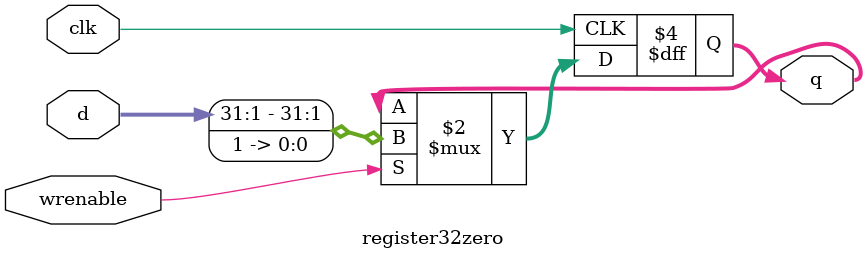
<source format=v>
module register32zero(
	input clk,
	input [31:0] d,
	input wrenable,
	output reg [31:0] q
);
	always @(posedge clk) begin
		if (wrenable) begin
			q <= {d[31:1], 1'b1};
		end
	end
endmodule

</source>
